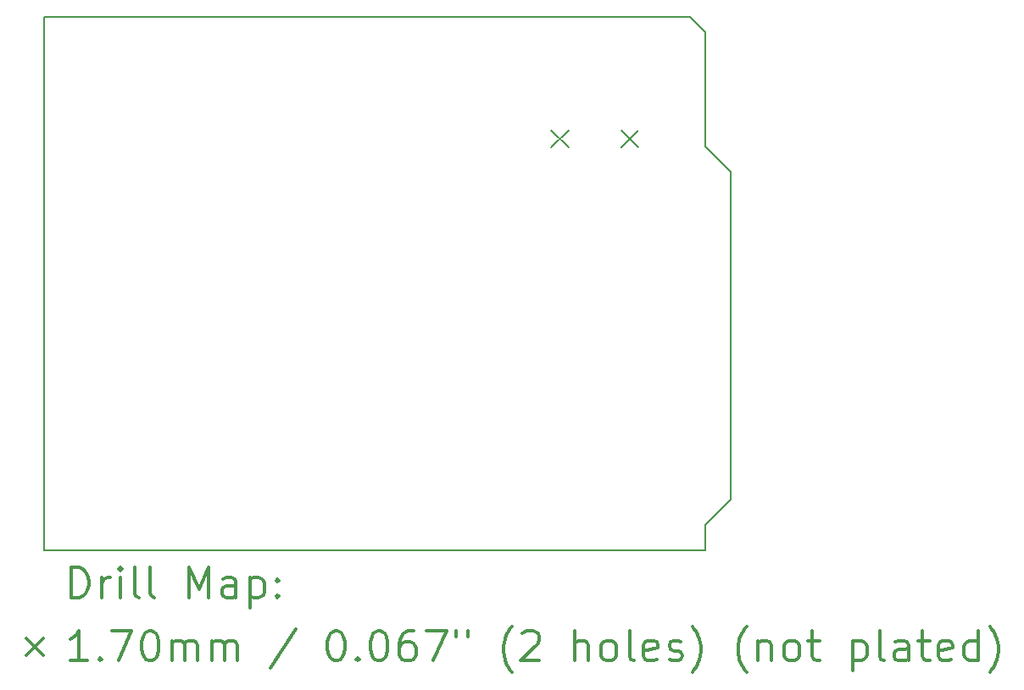
<source format=gbr>
%FSLAX45Y45*%
G04 Gerber Fmt 4.5, Leading zero omitted, Abs format (unit mm)*
G04 Created by KiCad (PCBNEW (5.1.9)-1) date 2021-12-17 16:24:59*
%MOMM*%
%LPD*%
G01*
G04 APERTURE LIST*
%TA.AperFunction,Profile*%
%ADD10C,0.150000*%
%TD*%
%ADD11C,0.200000*%
%ADD12C,0.300000*%
G04 APERTURE END LIST*
D10*
X17703800Y-7454900D02*
X17551400Y-7302500D01*
X17703800Y-8597900D02*
X17703800Y-7454900D01*
X17957800Y-8851900D02*
X17703800Y-8597900D01*
X17957800Y-12128500D02*
X17957800Y-8851900D01*
X17703800Y-12382500D02*
X17957800Y-12128500D01*
X17703800Y-12636500D02*
X17703800Y-12382500D01*
X11099800Y-12636500D02*
X17703800Y-12636500D01*
X11099800Y-7302500D02*
X11099800Y-12636500D01*
X17551400Y-7302500D02*
X11099800Y-7302500D01*
D11*
X16170600Y-8436700D02*
X16340600Y-8606700D01*
X16340600Y-8436700D02*
X16170600Y-8606700D01*
X16870600Y-8436700D02*
X17040600Y-8606700D01*
X17040600Y-8436700D02*
X16870600Y-8606700D01*
D12*
X11378728Y-13109714D02*
X11378728Y-12809714D01*
X11450157Y-12809714D01*
X11493014Y-12824000D01*
X11521586Y-12852571D01*
X11535871Y-12881143D01*
X11550157Y-12938286D01*
X11550157Y-12981143D01*
X11535871Y-13038286D01*
X11521586Y-13066857D01*
X11493014Y-13095429D01*
X11450157Y-13109714D01*
X11378728Y-13109714D01*
X11678728Y-13109714D02*
X11678728Y-12909714D01*
X11678728Y-12966857D02*
X11693014Y-12938286D01*
X11707300Y-12924000D01*
X11735871Y-12909714D01*
X11764443Y-12909714D01*
X11864443Y-13109714D02*
X11864443Y-12909714D01*
X11864443Y-12809714D02*
X11850157Y-12824000D01*
X11864443Y-12838286D01*
X11878728Y-12824000D01*
X11864443Y-12809714D01*
X11864443Y-12838286D01*
X12050157Y-13109714D02*
X12021586Y-13095429D01*
X12007300Y-13066857D01*
X12007300Y-12809714D01*
X12207300Y-13109714D02*
X12178728Y-13095429D01*
X12164443Y-13066857D01*
X12164443Y-12809714D01*
X12550157Y-13109714D02*
X12550157Y-12809714D01*
X12650157Y-13024000D01*
X12750157Y-12809714D01*
X12750157Y-13109714D01*
X13021586Y-13109714D02*
X13021586Y-12952571D01*
X13007300Y-12924000D01*
X12978728Y-12909714D01*
X12921586Y-12909714D01*
X12893014Y-12924000D01*
X13021586Y-13095429D02*
X12993014Y-13109714D01*
X12921586Y-13109714D01*
X12893014Y-13095429D01*
X12878728Y-13066857D01*
X12878728Y-13038286D01*
X12893014Y-13009714D01*
X12921586Y-12995429D01*
X12993014Y-12995429D01*
X13021586Y-12981143D01*
X13164443Y-12909714D02*
X13164443Y-13209714D01*
X13164443Y-12924000D02*
X13193014Y-12909714D01*
X13250157Y-12909714D01*
X13278728Y-12924000D01*
X13293014Y-12938286D01*
X13307300Y-12966857D01*
X13307300Y-13052571D01*
X13293014Y-13081143D01*
X13278728Y-13095429D01*
X13250157Y-13109714D01*
X13193014Y-13109714D01*
X13164443Y-13095429D01*
X13435871Y-13081143D02*
X13450157Y-13095429D01*
X13435871Y-13109714D01*
X13421586Y-13095429D01*
X13435871Y-13081143D01*
X13435871Y-13109714D01*
X13435871Y-12924000D02*
X13450157Y-12938286D01*
X13435871Y-12952571D01*
X13421586Y-12938286D01*
X13435871Y-12924000D01*
X13435871Y-12952571D01*
X10922300Y-13519000D02*
X11092300Y-13689000D01*
X11092300Y-13519000D02*
X10922300Y-13689000D01*
X11535871Y-13739714D02*
X11364443Y-13739714D01*
X11450157Y-13739714D02*
X11450157Y-13439714D01*
X11421586Y-13482571D01*
X11393014Y-13511143D01*
X11364443Y-13525429D01*
X11664443Y-13711143D02*
X11678728Y-13725429D01*
X11664443Y-13739714D01*
X11650157Y-13725429D01*
X11664443Y-13711143D01*
X11664443Y-13739714D01*
X11778728Y-13439714D02*
X11978728Y-13439714D01*
X11850157Y-13739714D01*
X12150157Y-13439714D02*
X12178728Y-13439714D01*
X12207300Y-13454000D01*
X12221586Y-13468286D01*
X12235871Y-13496857D01*
X12250157Y-13554000D01*
X12250157Y-13625429D01*
X12235871Y-13682571D01*
X12221586Y-13711143D01*
X12207300Y-13725429D01*
X12178728Y-13739714D01*
X12150157Y-13739714D01*
X12121586Y-13725429D01*
X12107300Y-13711143D01*
X12093014Y-13682571D01*
X12078728Y-13625429D01*
X12078728Y-13554000D01*
X12093014Y-13496857D01*
X12107300Y-13468286D01*
X12121586Y-13454000D01*
X12150157Y-13439714D01*
X12378728Y-13739714D02*
X12378728Y-13539714D01*
X12378728Y-13568286D02*
X12393014Y-13554000D01*
X12421586Y-13539714D01*
X12464443Y-13539714D01*
X12493014Y-13554000D01*
X12507300Y-13582571D01*
X12507300Y-13739714D01*
X12507300Y-13582571D02*
X12521586Y-13554000D01*
X12550157Y-13539714D01*
X12593014Y-13539714D01*
X12621586Y-13554000D01*
X12635871Y-13582571D01*
X12635871Y-13739714D01*
X12778728Y-13739714D02*
X12778728Y-13539714D01*
X12778728Y-13568286D02*
X12793014Y-13554000D01*
X12821586Y-13539714D01*
X12864443Y-13539714D01*
X12893014Y-13554000D01*
X12907300Y-13582571D01*
X12907300Y-13739714D01*
X12907300Y-13582571D02*
X12921586Y-13554000D01*
X12950157Y-13539714D01*
X12993014Y-13539714D01*
X13021586Y-13554000D01*
X13035871Y-13582571D01*
X13035871Y-13739714D01*
X13621586Y-13425429D02*
X13364443Y-13811143D01*
X14007300Y-13439714D02*
X14035871Y-13439714D01*
X14064443Y-13454000D01*
X14078728Y-13468286D01*
X14093014Y-13496857D01*
X14107300Y-13554000D01*
X14107300Y-13625429D01*
X14093014Y-13682571D01*
X14078728Y-13711143D01*
X14064443Y-13725429D01*
X14035871Y-13739714D01*
X14007300Y-13739714D01*
X13978728Y-13725429D01*
X13964443Y-13711143D01*
X13950157Y-13682571D01*
X13935871Y-13625429D01*
X13935871Y-13554000D01*
X13950157Y-13496857D01*
X13964443Y-13468286D01*
X13978728Y-13454000D01*
X14007300Y-13439714D01*
X14235871Y-13711143D02*
X14250157Y-13725429D01*
X14235871Y-13739714D01*
X14221586Y-13725429D01*
X14235871Y-13711143D01*
X14235871Y-13739714D01*
X14435871Y-13439714D02*
X14464443Y-13439714D01*
X14493014Y-13454000D01*
X14507300Y-13468286D01*
X14521586Y-13496857D01*
X14535871Y-13554000D01*
X14535871Y-13625429D01*
X14521586Y-13682571D01*
X14507300Y-13711143D01*
X14493014Y-13725429D01*
X14464443Y-13739714D01*
X14435871Y-13739714D01*
X14407300Y-13725429D01*
X14393014Y-13711143D01*
X14378728Y-13682571D01*
X14364443Y-13625429D01*
X14364443Y-13554000D01*
X14378728Y-13496857D01*
X14393014Y-13468286D01*
X14407300Y-13454000D01*
X14435871Y-13439714D01*
X14793014Y-13439714D02*
X14735871Y-13439714D01*
X14707300Y-13454000D01*
X14693014Y-13468286D01*
X14664443Y-13511143D01*
X14650157Y-13568286D01*
X14650157Y-13682571D01*
X14664443Y-13711143D01*
X14678728Y-13725429D01*
X14707300Y-13739714D01*
X14764443Y-13739714D01*
X14793014Y-13725429D01*
X14807300Y-13711143D01*
X14821586Y-13682571D01*
X14821586Y-13611143D01*
X14807300Y-13582571D01*
X14793014Y-13568286D01*
X14764443Y-13554000D01*
X14707300Y-13554000D01*
X14678728Y-13568286D01*
X14664443Y-13582571D01*
X14650157Y-13611143D01*
X14921586Y-13439714D02*
X15121586Y-13439714D01*
X14993014Y-13739714D01*
X15221586Y-13439714D02*
X15221586Y-13496857D01*
X15335871Y-13439714D02*
X15335871Y-13496857D01*
X15778728Y-13854000D02*
X15764443Y-13839714D01*
X15735871Y-13796857D01*
X15721586Y-13768286D01*
X15707300Y-13725429D01*
X15693014Y-13654000D01*
X15693014Y-13596857D01*
X15707300Y-13525429D01*
X15721586Y-13482571D01*
X15735871Y-13454000D01*
X15764443Y-13411143D01*
X15778728Y-13396857D01*
X15878728Y-13468286D02*
X15893014Y-13454000D01*
X15921586Y-13439714D01*
X15993014Y-13439714D01*
X16021586Y-13454000D01*
X16035871Y-13468286D01*
X16050157Y-13496857D01*
X16050157Y-13525429D01*
X16035871Y-13568286D01*
X15864443Y-13739714D01*
X16050157Y-13739714D01*
X16407300Y-13739714D02*
X16407300Y-13439714D01*
X16535871Y-13739714D02*
X16535871Y-13582571D01*
X16521586Y-13554000D01*
X16493014Y-13539714D01*
X16450157Y-13539714D01*
X16421586Y-13554000D01*
X16407300Y-13568286D01*
X16721586Y-13739714D02*
X16693014Y-13725429D01*
X16678728Y-13711143D01*
X16664443Y-13682571D01*
X16664443Y-13596857D01*
X16678728Y-13568286D01*
X16693014Y-13554000D01*
X16721586Y-13539714D01*
X16764443Y-13539714D01*
X16793014Y-13554000D01*
X16807300Y-13568286D01*
X16821586Y-13596857D01*
X16821586Y-13682571D01*
X16807300Y-13711143D01*
X16793014Y-13725429D01*
X16764443Y-13739714D01*
X16721586Y-13739714D01*
X16993014Y-13739714D02*
X16964443Y-13725429D01*
X16950157Y-13696857D01*
X16950157Y-13439714D01*
X17221586Y-13725429D02*
X17193014Y-13739714D01*
X17135871Y-13739714D01*
X17107300Y-13725429D01*
X17093014Y-13696857D01*
X17093014Y-13582571D01*
X17107300Y-13554000D01*
X17135871Y-13539714D01*
X17193014Y-13539714D01*
X17221586Y-13554000D01*
X17235871Y-13582571D01*
X17235871Y-13611143D01*
X17093014Y-13639714D01*
X17350157Y-13725429D02*
X17378728Y-13739714D01*
X17435871Y-13739714D01*
X17464443Y-13725429D01*
X17478728Y-13696857D01*
X17478728Y-13682571D01*
X17464443Y-13654000D01*
X17435871Y-13639714D01*
X17393014Y-13639714D01*
X17364443Y-13625429D01*
X17350157Y-13596857D01*
X17350157Y-13582571D01*
X17364443Y-13554000D01*
X17393014Y-13539714D01*
X17435871Y-13539714D01*
X17464443Y-13554000D01*
X17578728Y-13854000D02*
X17593014Y-13839714D01*
X17621586Y-13796857D01*
X17635871Y-13768286D01*
X17650157Y-13725429D01*
X17664443Y-13654000D01*
X17664443Y-13596857D01*
X17650157Y-13525429D01*
X17635871Y-13482571D01*
X17621586Y-13454000D01*
X17593014Y-13411143D01*
X17578728Y-13396857D01*
X18121586Y-13854000D02*
X18107300Y-13839714D01*
X18078728Y-13796857D01*
X18064443Y-13768286D01*
X18050157Y-13725429D01*
X18035871Y-13654000D01*
X18035871Y-13596857D01*
X18050157Y-13525429D01*
X18064443Y-13482571D01*
X18078728Y-13454000D01*
X18107300Y-13411143D01*
X18121586Y-13396857D01*
X18235871Y-13539714D02*
X18235871Y-13739714D01*
X18235871Y-13568286D02*
X18250157Y-13554000D01*
X18278728Y-13539714D01*
X18321586Y-13539714D01*
X18350157Y-13554000D01*
X18364443Y-13582571D01*
X18364443Y-13739714D01*
X18550157Y-13739714D02*
X18521586Y-13725429D01*
X18507300Y-13711143D01*
X18493014Y-13682571D01*
X18493014Y-13596857D01*
X18507300Y-13568286D01*
X18521586Y-13554000D01*
X18550157Y-13539714D01*
X18593014Y-13539714D01*
X18621586Y-13554000D01*
X18635871Y-13568286D01*
X18650157Y-13596857D01*
X18650157Y-13682571D01*
X18635871Y-13711143D01*
X18621586Y-13725429D01*
X18593014Y-13739714D01*
X18550157Y-13739714D01*
X18735871Y-13539714D02*
X18850157Y-13539714D01*
X18778728Y-13439714D02*
X18778728Y-13696857D01*
X18793014Y-13725429D01*
X18821586Y-13739714D01*
X18850157Y-13739714D01*
X19178728Y-13539714D02*
X19178728Y-13839714D01*
X19178728Y-13554000D02*
X19207300Y-13539714D01*
X19264443Y-13539714D01*
X19293014Y-13554000D01*
X19307300Y-13568286D01*
X19321586Y-13596857D01*
X19321586Y-13682571D01*
X19307300Y-13711143D01*
X19293014Y-13725429D01*
X19264443Y-13739714D01*
X19207300Y-13739714D01*
X19178728Y-13725429D01*
X19493014Y-13739714D02*
X19464443Y-13725429D01*
X19450157Y-13696857D01*
X19450157Y-13439714D01*
X19735871Y-13739714D02*
X19735871Y-13582571D01*
X19721586Y-13554000D01*
X19693014Y-13539714D01*
X19635871Y-13539714D01*
X19607300Y-13554000D01*
X19735871Y-13725429D02*
X19707300Y-13739714D01*
X19635871Y-13739714D01*
X19607300Y-13725429D01*
X19593014Y-13696857D01*
X19593014Y-13668286D01*
X19607300Y-13639714D01*
X19635871Y-13625429D01*
X19707300Y-13625429D01*
X19735871Y-13611143D01*
X19835871Y-13539714D02*
X19950157Y-13539714D01*
X19878728Y-13439714D02*
X19878728Y-13696857D01*
X19893014Y-13725429D01*
X19921586Y-13739714D01*
X19950157Y-13739714D01*
X20164443Y-13725429D02*
X20135871Y-13739714D01*
X20078728Y-13739714D01*
X20050157Y-13725429D01*
X20035871Y-13696857D01*
X20035871Y-13582571D01*
X20050157Y-13554000D01*
X20078728Y-13539714D01*
X20135871Y-13539714D01*
X20164443Y-13554000D01*
X20178728Y-13582571D01*
X20178728Y-13611143D01*
X20035871Y-13639714D01*
X20435871Y-13739714D02*
X20435871Y-13439714D01*
X20435871Y-13725429D02*
X20407300Y-13739714D01*
X20350157Y-13739714D01*
X20321586Y-13725429D01*
X20307300Y-13711143D01*
X20293014Y-13682571D01*
X20293014Y-13596857D01*
X20307300Y-13568286D01*
X20321586Y-13554000D01*
X20350157Y-13539714D01*
X20407300Y-13539714D01*
X20435871Y-13554000D01*
X20550157Y-13854000D02*
X20564443Y-13839714D01*
X20593014Y-13796857D01*
X20607300Y-13768286D01*
X20621586Y-13725429D01*
X20635871Y-13654000D01*
X20635871Y-13596857D01*
X20621586Y-13525429D01*
X20607300Y-13482571D01*
X20593014Y-13454000D01*
X20564443Y-13411143D01*
X20550157Y-13396857D01*
M02*

</source>
